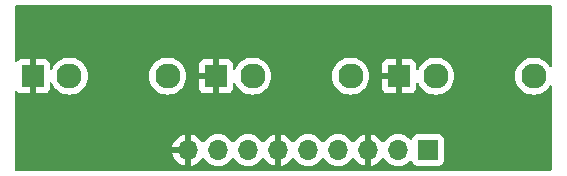
<source format=gtl>
G04 #@! TF.GenerationSoftware,KiCad,Pcbnew,8.0.5*
G04 #@! TF.CreationDate,2024-11-04T14:17:19-06:00*
G04 #@! TF.ProjectId,Jack PCB,4a61636b-2050-4434-922e-6b696361645f,rev?*
G04 #@! TF.SameCoordinates,Original*
G04 #@! TF.FileFunction,Copper,L1,Top*
G04 #@! TF.FilePolarity,Positive*
%FSLAX46Y46*%
G04 Gerber Fmt 4.6, Leading zero omitted, Abs format (unit mm)*
G04 Created by KiCad (PCBNEW 8.0.5) date 2024-11-04 14:17:19*
%MOMM*%
%LPD*%
G01*
G04 APERTURE LIST*
G04 #@! TA.AperFunction,ComponentPad*
%ADD10R,1.830000X1.930000*%
G04 #@! TD*
G04 #@! TA.AperFunction,ComponentPad*
%ADD11C,2.130000*%
G04 #@! TD*
G04 #@! TA.AperFunction,ComponentPad*
%ADD12O,1.700000X1.700000*%
G04 #@! TD*
G04 #@! TA.AperFunction,ComponentPad*
%ADD13R,1.700000X1.700000*%
G04 #@! TD*
G04 #@! TA.AperFunction,Conductor*
%ADD14C,0.200000*%
G04 #@! TD*
G04 APERTURE END LIST*
D10*
X146540000Y-100500000D03*
D11*
X157940000Y-100500000D03*
X149640000Y-100500000D03*
D10*
X162040000Y-100500000D03*
D11*
X173440000Y-100500000D03*
X165140000Y-100500000D03*
D12*
X144180000Y-106750000D03*
X146720000Y-106750000D03*
X149260000Y-106750000D03*
X151800000Y-106750000D03*
X154340000Y-106750000D03*
X156880000Y-106750000D03*
X159420000Y-106750000D03*
X161960000Y-106750000D03*
D13*
X164500000Y-106750000D03*
D10*
X131040000Y-100500000D03*
D11*
X142440000Y-100500000D03*
X134140000Y-100500000D03*
D14*
X159710000Y-105930000D02*
X159710000Y-106500000D01*
G04 #@! TA.AperFunction,Conductor*
G36*
X174942539Y-94520185D02*
G01*
X174988294Y-94572989D01*
X174999500Y-94624500D01*
X174999500Y-99609020D01*
X174979815Y-99676059D01*
X174927011Y-99721814D01*
X174857853Y-99731758D01*
X174794297Y-99702733D01*
X174769773Y-99673810D01*
X174710436Y-99576982D01*
X174710435Y-99576979D01*
X174633718Y-99487155D01*
X174550399Y-99389601D01*
X174371313Y-99236647D01*
X174363020Y-99229564D01*
X174363018Y-99229563D01*
X174152920Y-99100815D01*
X173925264Y-99006517D01*
X173685658Y-98948993D01*
X173440000Y-98929659D01*
X173194341Y-98948993D01*
X172954735Y-99006517D01*
X172727079Y-99100815D01*
X172516981Y-99229563D01*
X172516979Y-99229564D01*
X172329601Y-99389601D01*
X172169564Y-99576979D01*
X172169563Y-99576981D01*
X172040815Y-99787079D01*
X171946517Y-100014735D01*
X171888993Y-100254341D01*
X171869659Y-100500000D01*
X171888993Y-100745658D01*
X171946517Y-100985264D01*
X172040815Y-101212920D01*
X172169563Y-101423018D01*
X172169564Y-101423020D01*
X172169567Y-101423023D01*
X172329601Y-101610399D01*
X172451987Y-101714926D01*
X172516979Y-101770435D01*
X172516981Y-101770436D01*
X172727079Y-101899184D01*
X172954735Y-101993482D01*
X172954736Y-101993482D01*
X172954738Y-101993483D01*
X173194345Y-102051007D01*
X173440000Y-102070341D01*
X173685655Y-102051007D01*
X173925262Y-101993483D01*
X174152920Y-101899184D01*
X174363023Y-101770433D01*
X174550399Y-101610399D01*
X174710433Y-101423023D01*
X174769772Y-101326189D01*
X174821584Y-101279314D01*
X174890514Y-101267891D01*
X174954677Y-101295548D01*
X174993701Y-101353503D01*
X174999500Y-101390979D01*
X174999500Y-108375500D01*
X174979815Y-108442539D01*
X174927011Y-108488294D01*
X174875500Y-108499500D01*
X129624500Y-108499500D01*
X129557461Y-108479815D01*
X129511706Y-108427011D01*
X129500500Y-108375500D01*
X129500500Y-106499999D01*
X142849364Y-106499999D01*
X142849364Y-106500000D01*
X143746988Y-106500000D01*
X143714075Y-106557007D01*
X143680000Y-106684174D01*
X143680000Y-106815826D01*
X143714075Y-106942993D01*
X143746988Y-107000000D01*
X142849364Y-107000000D01*
X142906567Y-107213486D01*
X142906570Y-107213492D01*
X143006399Y-107427578D01*
X143141894Y-107621082D01*
X143308917Y-107788105D01*
X143502421Y-107923600D01*
X143716507Y-108023429D01*
X143716516Y-108023433D01*
X143930000Y-108080634D01*
X143930000Y-107183012D01*
X143987007Y-107215925D01*
X144114174Y-107250000D01*
X144245826Y-107250000D01*
X144372993Y-107215925D01*
X144430000Y-107183012D01*
X144430000Y-108080633D01*
X144643483Y-108023433D01*
X144643492Y-108023429D01*
X144857578Y-107923600D01*
X145051082Y-107788105D01*
X145218105Y-107621082D01*
X145348119Y-107435405D01*
X145402696Y-107391781D01*
X145472195Y-107384588D01*
X145534549Y-107416110D01*
X145551269Y-107435405D01*
X145681505Y-107621401D01*
X145848599Y-107788495D01*
X145945384Y-107856265D01*
X146042165Y-107924032D01*
X146042167Y-107924033D01*
X146042170Y-107924035D01*
X146256337Y-108023903D01*
X146484592Y-108085063D01*
X146661034Y-108100500D01*
X146719999Y-108105659D01*
X146720000Y-108105659D01*
X146720001Y-108105659D01*
X146778966Y-108100500D01*
X146955408Y-108085063D01*
X147183663Y-108023903D01*
X147397830Y-107924035D01*
X147591401Y-107788495D01*
X147758495Y-107621401D01*
X147888425Y-107435842D01*
X147943002Y-107392217D01*
X148012500Y-107385023D01*
X148074855Y-107416546D01*
X148091575Y-107435842D01*
X148221281Y-107621082D01*
X148221505Y-107621401D01*
X148388599Y-107788495D01*
X148485384Y-107856265D01*
X148582165Y-107924032D01*
X148582167Y-107924033D01*
X148582170Y-107924035D01*
X148796337Y-108023903D01*
X149024592Y-108085063D01*
X149201034Y-108100500D01*
X149259999Y-108105659D01*
X149260000Y-108105659D01*
X149260001Y-108105659D01*
X149318966Y-108100500D01*
X149495408Y-108085063D01*
X149723663Y-108023903D01*
X149937830Y-107924035D01*
X150131401Y-107788495D01*
X150298495Y-107621401D01*
X150428730Y-107435405D01*
X150483307Y-107391781D01*
X150552805Y-107384587D01*
X150615160Y-107416110D01*
X150631879Y-107435405D01*
X150761890Y-107621078D01*
X150928917Y-107788105D01*
X151122421Y-107923600D01*
X151336507Y-108023429D01*
X151336516Y-108023433D01*
X151550000Y-108080634D01*
X151550000Y-107183012D01*
X151607007Y-107215925D01*
X151734174Y-107250000D01*
X151865826Y-107250000D01*
X151992993Y-107215925D01*
X152050000Y-107183012D01*
X152050000Y-108080633D01*
X152263483Y-108023433D01*
X152263492Y-108023429D01*
X152477578Y-107923600D01*
X152671082Y-107788105D01*
X152838105Y-107621082D01*
X152968119Y-107435405D01*
X153022696Y-107391781D01*
X153092195Y-107384588D01*
X153154549Y-107416110D01*
X153171269Y-107435405D01*
X153301505Y-107621401D01*
X153468599Y-107788495D01*
X153565384Y-107856265D01*
X153662165Y-107924032D01*
X153662167Y-107924033D01*
X153662170Y-107924035D01*
X153876337Y-108023903D01*
X154104592Y-108085063D01*
X154281034Y-108100500D01*
X154339999Y-108105659D01*
X154340000Y-108105659D01*
X154340001Y-108105659D01*
X154398966Y-108100500D01*
X154575408Y-108085063D01*
X154803663Y-108023903D01*
X155017830Y-107924035D01*
X155211401Y-107788495D01*
X155378495Y-107621401D01*
X155508425Y-107435842D01*
X155563002Y-107392217D01*
X155632500Y-107385023D01*
X155694855Y-107416546D01*
X155711575Y-107435842D01*
X155841281Y-107621082D01*
X155841505Y-107621401D01*
X156008599Y-107788495D01*
X156105384Y-107856265D01*
X156202165Y-107924032D01*
X156202167Y-107924033D01*
X156202170Y-107924035D01*
X156416337Y-108023903D01*
X156644592Y-108085063D01*
X156821034Y-108100500D01*
X156879999Y-108105659D01*
X156880000Y-108105659D01*
X156880001Y-108105659D01*
X156938966Y-108100500D01*
X157115408Y-108085063D01*
X157343663Y-108023903D01*
X157557830Y-107924035D01*
X157751401Y-107788495D01*
X157918495Y-107621401D01*
X158048730Y-107435405D01*
X158103307Y-107391781D01*
X158172805Y-107384587D01*
X158235160Y-107416110D01*
X158251879Y-107435405D01*
X158381890Y-107621078D01*
X158548917Y-107788105D01*
X158742421Y-107923600D01*
X158956507Y-108023429D01*
X158956516Y-108023433D01*
X159170000Y-108080634D01*
X159170000Y-107183012D01*
X159227007Y-107215925D01*
X159354174Y-107250000D01*
X159485826Y-107250000D01*
X159612993Y-107215925D01*
X159670000Y-107183012D01*
X159670000Y-108080633D01*
X159883483Y-108023433D01*
X159883492Y-108023429D01*
X160097578Y-107923600D01*
X160291082Y-107788105D01*
X160458105Y-107621082D01*
X160588119Y-107435405D01*
X160642696Y-107391781D01*
X160712195Y-107384588D01*
X160774549Y-107416110D01*
X160791269Y-107435405D01*
X160921505Y-107621401D01*
X161088599Y-107788495D01*
X161185384Y-107856265D01*
X161282165Y-107924032D01*
X161282167Y-107924033D01*
X161282170Y-107924035D01*
X161496337Y-108023903D01*
X161724592Y-108085063D01*
X161901034Y-108100500D01*
X161959999Y-108105659D01*
X161960000Y-108105659D01*
X161960001Y-108105659D01*
X162018966Y-108100500D01*
X162195408Y-108085063D01*
X162423663Y-108023903D01*
X162637830Y-107924035D01*
X162831401Y-107788495D01*
X162953329Y-107666566D01*
X163014648Y-107633084D01*
X163084340Y-107638068D01*
X163140274Y-107679939D01*
X163157189Y-107710917D01*
X163206202Y-107842328D01*
X163206206Y-107842335D01*
X163292452Y-107957544D01*
X163292455Y-107957547D01*
X163407664Y-108043793D01*
X163407671Y-108043797D01*
X163542517Y-108094091D01*
X163542516Y-108094091D01*
X163549444Y-108094835D01*
X163602127Y-108100500D01*
X165397872Y-108100499D01*
X165457483Y-108094091D01*
X165592331Y-108043796D01*
X165707546Y-107957546D01*
X165793796Y-107842331D01*
X165844091Y-107707483D01*
X165850500Y-107647873D01*
X165850499Y-105852128D01*
X165844091Y-105792517D01*
X165842810Y-105789083D01*
X165793797Y-105657671D01*
X165793793Y-105657664D01*
X165707547Y-105542455D01*
X165707544Y-105542452D01*
X165592335Y-105456206D01*
X165592328Y-105456202D01*
X165457482Y-105405908D01*
X165457483Y-105405908D01*
X165397883Y-105399501D01*
X165397881Y-105399500D01*
X165397873Y-105399500D01*
X165397864Y-105399500D01*
X163602129Y-105399500D01*
X163602123Y-105399501D01*
X163542516Y-105405908D01*
X163407671Y-105456202D01*
X163407664Y-105456206D01*
X163292455Y-105542452D01*
X163292452Y-105542455D01*
X163206206Y-105657664D01*
X163206203Y-105657669D01*
X163157189Y-105789083D01*
X163115317Y-105845016D01*
X163049853Y-105869433D01*
X162981580Y-105854581D01*
X162953326Y-105833430D01*
X162831402Y-105711506D01*
X162831395Y-105711501D01*
X162637834Y-105575967D01*
X162637830Y-105575965D01*
X162637828Y-105575964D01*
X162423663Y-105476097D01*
X162423659Y-105476096D01*
X162423655Y-105476094D01*
X162195413Y-105414938D01*
X162195403Y-105414936D01*
X161960001Y-105394341D01*
X161959999Y-105394341D01*
X161724596Y-105414936D01*
X161724586Y-105414938D01*
X161496344Y-105476094D01*
X161496335Y-105476098D01*
X161282171Y-105575964D01*
X161282169Y-105575965D01*
X161088597Y-105711505D01*
X160921508Y-105878594D01*
X160791269Y-106064595D01*
X160736692Y-106108219D01*
X160667193Y-106115412D01*
X160604839Y-106083890D01*
X160588119Y-106064594D01*
X160458113Y-105878926D01*
X160458108Y-105878920D01*
X160291082Y-105711894D01*
X160097578Y-105576399D01*
X159883492Y-105476570D01*
X159883486Y-105476567D01*
X159670000Y-105419364D01*
X159670000Y-106316988D01*
X159612993Y-106284075D01*
X159485826Y-106250000D01*
X159354174Y-106250000D01*
X159227007Y-106284075D01*
X159170000Y-106316988D01*
X159170000Y-105419364D01*
X159169999Y-105419364D01*
X158956513Y-105476567D01*
X158956507Y-105476570D01*
X158742422Y-105576399D01*
X158742420Y-105576400D01*
X158548926Y-105711886D01*
X158548920Y-105711891D01*
X158381891Y-105878920D01*
X158381890Y-105878922D01*
X158251880Y-106064595D01*
X158197303Y-106108219D01*
X158127804Y-106115412D01*
X158065450Y-106083890D01*
X158048730Y-106064594D01*
X157918494Y-105878597D01*
X157751402Y-105711506D01*
X157751395Y-105711501D01*
X157557834Y-105575967D01*
X157557830Y-105575965D01*
X157557828Y-105575964D01*
X157343663Y-105476097D01*
X157343659Y-105476096D01*
X157343655Y-105476094D01*
X157115413Y-105414938D01*
X157115403Y-105414936D01*
X156880001Y-105394341D01*
X156879999Y-105394341D01*
X156644596Y-105414936D01*
X156644586Y-105414938D01*
X156416344Y-105476094D01*
X156416335Y-105476098D01*
X156202171Y-105575964D01*
X156202169Y-105575965D01*
X156008597Y-105711505D01*
X155841505Y-105878597D01*
X155711575Y-106064158D01*
X155656998Y-106107783D01*
X155587500Y-106114977D01*
X155525145Y-106083454D01*
X155508425Y-106064158D01*
X155378494Y-105878597D01*
X155211402Y-105711506D01*
X155211395Y-105711501D01*
X155017834Y-105575967D01*
X155017830Y-105575965D01*
X155017828Y-105575964D01*
X154803663Y-105476097D01*
X154803659Y-105476096D01*
X154803655Y-105476094D01*
X154575413Y-105414938D01*
X154575403Y-105414936D01*
X154340001Y-105394341D01*
X154339999Y-105394341D01*
X154104596Y-105414936D01*
X154104586Y-105414938D01*
X153876344Y-105476094D01*
X153876335Y-105476098D01*
X153662171Y-105575964D01*
X153662169Y-105575965D01*
X153468597Y-105711505D01*
X153301508Y-105878594D01*
X153171269Y-106064595D01*
X153116692Y-106108219D01*
X153047193Y-106115412D01*
X152984839Y-106083890D01*
X152968119Y-106064594D01*
X152838113Y-105878926D01*
X152838108Y-105878920D01*
X152671082Y-105711894D01*
X152477578Y-105576399D01*
X152263492Y-105476570D01*
X152263486Y-105476567D01*
X152050000Y-105419364D01*
X152050000Y-106316988D01*
X151992993Y-106284075D01*
X151865826Y-106250000D01*
X151734174Y-106250000D01*
X151607007Y-106284075D01*
X151550000Y-106316988D01*
X151550000Y-105419364D01*
X151549999Y-105419364D01*
X151336513Y-105476567D01*
X151336507Y-105476570D01*
X151122422Y-105576399D01*
X151122420Y-105576400D01*
X150928926Y-105711886D01*
X150928920Y-105711891D01*
X150761891Y-105878920D01*
X150761890Y-105878922D01*
X150631880Y-106064595D01*
X150577303Y-106108219D01*
X150507804Y-106115412D01*
X150445450Y-106083890D01*
X150428730Y-106064594D01*
X150298494Y-105878597D01*
X150131402Y-105711506D01*
X150131395Y-105711501D01*
X149937834Y-105575967D01*
X149937830Y-105575965D01*
X149937828Y-105575964D01*
X149723663Y-105476097D01*
X149723659Y-105476096D01*
X149723655Y-105476094D01*
X149495413Y-105414938D01*
X149495403Y-105414936D01*
X149260001Y-105394341D01*
X149259999Y-105394341D01*
X149024596Y-105414936D01*
X149024586Y-105414938D01*
X148796344Y-105476094D01*
X148796335Y-105476098D01*
X148582171Y-105575964D01*
X148582169Y-105575965D01*
X148388597Y-105711505D01*
X148221505Y-105878597D01*
X148091575Y-106064158D01*
X148036998Y-106107783D01*
X147967500Y-106114977D01*
X147905145Y-106083454D01*
X147888425Y-106064158D01*
X147758494Y-105878597D01*
X147591402Y-105711506D01*
X147591395Y-105711501D01*
X147397834Y-105575967D01*
X147397830Y-105575965D01*
X147397828Y-105575964D01*
X147183663Y-105476097D01*
X147183659Y-105476096D01*
X147183655Y-105476094D01*
X146955413Y-105414938D01*
X146955403Y-105414936D01*
X146720001Y-105394341D01*
X146719999Y-105394341D01*
X146484596Y-105414936D01*
X146484586Y-105414938D01*
X146256344Y-105476094D01*
X146256335Y-105476098D01*
X146042171Y-105575964D01*
X146042169Y-105575965D01*
X145848597Y-105711505D01*
X145681508Y-105878594D01*
X145551269Y-106064595D01*
X145496692Y-106108219D01*
X145427193Y-106115412D01*
X145364839Y-106083890D01*
X145348119Y-106064594D01*
X145218113Y-105878926D01*
X145218108Y-105878920D01*
X145051082Y-105711894D01*
X144857578Y-105576399D01*
X144643492Y-105476570D01*
X144643486Y-105476567D01*
X144430000Y-105419364D01*
X144430000Y-106316988D01*
X144372993Y-106284075D01*
X144245826Y-106250000D01*
X144114174Y-106250000D01*
X143987007Y-106284075D01*
X143930000Y-106316988D01*
X143930000Y-105419364D01*
X143929999Y-105419364D01*
X143716513Y-105476567D01*
X143716507Y-105476570D01*
X143502422Y-105576399D01*
X143502420Y-105576400D01*
X143308926Y-105711886D01*
X143308920Y-105711891D01*
X143141891Y-105878920D01*
X143141886Y-105878926D01*
X143006400Y-106072420D01*
X143006399Y-106072422D01*
X142906570Y-106286507D01*
X142906567Y-106286513D01*
X142849364Y-106499999D01*
X129500500Y-106499999D01*
X129500500Y-101837664D01*
X129520185Y-101770625D01*
X129572989Y-101724870D01*
X129642147Y-101714926D01*
X129705703Y-101743951D01*
X129723767Y-101763353D01*
X129767813Y-101822190D01*
X129882906Y-101908350D01*
X129882913Y-101908354D01*
X130017620Y-101958596D01*
X130017627Y-101958598D01*
X130077155Y-101964999D01*
X130077172Y-101965000D01*
X130790000Y-101965000D01*
X130790000Y-101056706D01*
X130862069Y-101086558D01*
X130979920Y-101110000D01*
X131100080Y-101110000D01*
X131217931Y-101086558D01*
X131290000Y-101056706D01*
X131290000Y-101965000D01*
X132002828Y-101965000D01*
X132002844Y-101964999D01*
X132062372Y-101958598D01*
X132062379Y-101958596D01*
X132197086Y-101908354D01*
X132197093Y-101908350D01*
X132312187Y-101822190D01*
X132312190Y-101822187D01*
X132398350Y-101707093D01*
X132398354Y-101707086D01*
X132448596Y-101572379D01*
X132448598Y-101572372D01*
X132454999Y-101512844D01*
X132455000Y-101512827D01*
X132455000Y-101146290D01*
X132474685Y-101079251D01*
X132527489Y-101033496D01*
X132596647Y-101023552D01*
X132660203Y-101052577D01*
X132693561Y-101098837D01*
X132740815Y-101212920D01*
X132869563Y-101423018D01*
X132869564Y-101423020D01*
X132869567Y-101423023D01*
X133029601Y-101610399D01*
X133151987Y-101714926D01*
X133216979Y-101770435D01*
X133216981Y-101770436D01*
X133427079Y-101899184D01*
X133654735Y-101993482D01*
X133654736Y-101993482D01*
X133654738Y-101993483D01*
X133894345Y-102051007D01*
X134140000Y-102070341D01*
X134385655Y-102051007D01*
X134625262Y-101993483D01*
X134852920Y-101899184D01*
X135063023Y-101770433D01*
X135250399Y-101610399D01*
X135410433Y-101423023D01*
X135539184Y-101212920D01*
X135633483Y-100985262D01*
X135691007Y-100745655D01*
X135710341Y-100500000D01*
X140869659Y-100500000D01*
X140888993Y-100745658D01*
X140946517Y-100985264D01*
X141040815Y-101212920D01*
X141169563Y-101423018D01*
X141169564Y-101423020D01*
X141169567Y-101423023D01*
X141329601Y-101610399D01*
X141451987Y-101714926D01*
X141516979Y-101770435D01*
X141516981Y-101770436D01*
X141727079Y-101899184D01*
X141954735Y-101993482D01*
X141954736Y-101993482D01*
X141954738Y-101993483D01*
X142194345Y-102051007D01*
X142440000Y-102070341D01*
X142685655Y-102051007D01*
X142925262Y-101993483D01*
X143152920Y-101899184D01*
X143363023Y-101770433D01*
X143550399Y-101610399D01*
X143710433Y-101423023D01*
X143839184Y-101212920D01*
X143933483Y-100985262D01*
X143991007Y-100745655D01*
X144010341Y-100500000D01*
X143991007Y-100254345D01*
X143933483Y-100014738D01*
X143933482Y-100014735D01*
X143839184Y-99787079D01*
X143710436Y-99576981D01*
X143710435Y-99576979D01*
X143633718Y-99487155D01*
X145125000Y-99487155D01*
X145125000Y-100250000D01*
X145983294Y-100250000D01*
X145953442Y-100322069D01*
X145930000Y-100439920D01*
X145930000Y-100560080D01*
X145953442Y-100677931D01*
X145983294Y-100750000D01*
X145125000Y-100750000D01*
X145125000Y-101512844D01*
X145131401Y-101572372D01*
X145131403Y-101572379D01*
X145181645Y-101707086D01*
X145181649Y-101707093D01*
X145267809Y-101822187D01*
X145267812Y-101822190D01*
X145382906Y-101908350D01*
X145382913Y-101908354D01*
X145517620Y-101958596D01*
X145517627Y-101958598D01*
X145577155Y-101964999D01*
X145577172Y-101965000D01*
X146290000Y-101965000D01*
X146290000Y-101056706D01*
X146362069Y-101086558D01*
X146479920Y-101110000D01*
X146600080Y-101110000D01*
X146717931Y-101086558D01*
X146790000Y-101056706D01*
X146790000Y-101965000D01*
X147502828Y-101965000D01*
X147502844Y-101964999D01*
X147562372Y-101958598D01*
X147562379Y-101958596D01*
X147697086Y-101908354D01*
X147697093Y-101908350D01*
X147812187Y-101822190D01*
X147812190Y-101822187D01*
X147898350Y-101707093D01*
X147898354Y-101707086D01*
X147948596Y-101572379D01*
X147948598Y-101572372D01*
X147954999Y-101512844D01*
X147955000Y-101512827D01*
X147955000Y-101146290D01*
X147974685Y-101079251D01*
X148027489Y-101033496D01*
X148096647Y-101023552D01*
X148160203Y-101052577D01*
X148193561Y-101098837D01*
X148240815Y-101212920D01*
X148369563Y-101423018D01*
X148369564Y-101423020D01*
X148369567Y-101423023D01*
X148529601Y-101610399D01*
X148651987Y-101714926D01*
X148716979Y-101770435D01*
X148716981Y-101770436D01*
X148927079Y-101899184D01*
X149154735Y-101993482D01*
X149154736Y-101993482D01*
X149154738Y-101993483D01*
X149394345Y-102051007D01*
X149640000Y-102070341D01*
X149885655Y-102051007D01*
X150125262Y-101993483D01*
X150352920Y-101899184D01*
X150563023Y-101770433D01*
X150750399Y-101610399D01*
X150910433Y-101423023D01*
X151039184Y-101212920D01*
X151133483Y-100985262D01*
X151191007Y-100745655D01*
X151210341Y-100500000D01*
X156369659Y-100500000D01*
X156388993Y-100745658D01*
X156446517Y-100985264D01*
X156540815Y-101212920D01*
X156669563Y-101423018D01*
X156669564Y-101423020D01*
X156669567Y-101423023D01*
X156829601Y-101610399D01*
X156951987Y-101714926D01*
X157016979Y-101770435D01*
X157016981Y-101770436D01*
X157227079Y-101899184D01*
X157454735Y-101993482D01*
X157454736Y-101993482D01*
X157454738Y-101993483D01*
X157694345Y-102051007D01*
X157940000Y-102070341D01*
X158185655Y-102051007D01*
X158425262Y-101993483D01*
X158652920Y-101899184D01*
X158863023Y-101770433D01*
X159050399Y-101610399D01*
X159210433Y-101423023D01*
X159339184Y-101212920D01*
X159433483Y-100985262D01*
X159491007Y-100745655D01*
X159510341Y-100500000D01*
X159491007Y-100254345D01*
X159433483Y-100014738D01*
X159433482Y-100014735D01*
X159339184Y-99787079D01*
X159210436Y-99576981D01*
X159210435Y-99576979D01*
X159133718Y-99487155D01*
X160625000Y-99487155D01*
X160625000Y-100250000D01*
X161483294Y-100250000D01*
X161453442Y-100322069D01*
X161430000Y-100439920D01*
X161430000Y-100560080D01*
X161453442Y-100677931D01*
X161483294Y-100750000D01*
X160625000Y-100750000D01*
X160625000Y-101512844D01*
X160631401Y-101572372D01*
X160631403Y-101572379D01*
X160681645Y-101707086D01*
X160681649Y-101707093D01*
X160767809Y-101822187D01*
X160767812Y-101822190D01*
X160882906Y-101908350D01*
X160882913Y-101908354D01*
X161017620Y-101958596D01*
X161017627Y-101958598D01*
X161077155Y-101964999D01*
X161077172Y-101965000D01*
X161790000Y-101965000D01*
X161790000Y-101056706D01*
X161862069Y-101086558D01*
X161979920Y-101110000D01*
X162100080Y-101110000D01*
X162217931Y-101086558D01*
X162290000Y-101056706D01*
X162290000Y-101965000D01*
X163002828Y-101965000D01*
X163002844Y-101964999D01*
X163062372Y-101958598D01*
X163062379Y-101958596D01*
X163197086Y-101908354D01*
X163197093Y-101908350D01*
X163312187Y-101822190D01*
X163312190Y-101822187D01*
X163398350Y-101707093D01*
X163398354Y-101707086D01*
X163448596Y-101572379D01*
X163448598Y-101572372D01*
X163454999Y-101512844D01*
X163455000Y-101512827D01*
X163455000Y-101146290D01*
X163474685Y-101079251D01*
X163527489Y-101033496D01*
X163596647Y-101023552D01*
X163660203Y-101052577D01*
X163693561Y-101098837D01*
X163740815Y-101212920D01*
X163869563Y-101423018D01*
X163869564Y-101423020D01*
X163869567Y-101423023D01*
X164029601Y-101610399D01*
X164151987Y-101714926D01*
X164216979Y-101770435D01*
X164216981Y-101770436D01*
X164427079Y-101899184D01*
X164654735Y-101993482D01*
X164654736Y-101993482D01*
X164654738Y-101993483D01*
X164894345Y-102051007D01*
X165140000Y-102070341D01*
X165385655Y-102051007D01*
X165625262Y-101993483D01*
X165852920Y-101899184D01*
X166063023Y-101770433D01*
X166250399Y-101610399D01*
X166410433Y-101423023D01*
X166539184Y-101212920D01*
X166633483Y-100985262D01*
X166691007Y-100745655D01*
X166710341Y-100500000D01*
X166691007Y-100254345D01*
X166633483Y-100014738D01*
X166633482Y-100014735D01*
X166539184Y-99787079D01*
X166410436Y-99576981D01*
X166410435Y-99576979D01*
X166333718Y-99487155D01*
X166250399Y-99389601D01*
X166071313Y-99236647D01*
X166063020Y-99229564D01*
X166063018Y-99229563D01*
X165852920Y-99100815D01*
X165625264Y-99006517D01*
X165385658Y-98948993D01*
X165140000Y-98929659D01*
X164894341Y-98948993D01*
X164654735Y-99006517D01*
X164427079Y-99100815D01*
X164216981Y-99229563D01*
X164216979Y-99229564D01*
X164029601Y-99389601D01*
X163869564Y-99576979D01*
X163869563Y-99576981D01*
X163740815Y-99787079D01*
X163693561Y-99901162D01*
X163649720Y-99955565D01*
X163583426Y-99977630D01*
X163515726Y-99960351D01*
X163468116Y-99909213D01*
X163455000Y-99853709D01*
X163455000Y-99487172D01*
X163454999Y-99487155D01*
X163448598Y-99427627D01*
X163448596Y-99427620D01*
X163398354Y-99292913D01*
X163398350Y-99292906D01*
X163312190Y-99177812D01*
X163312187Y-99177809D01*
X163197093Y-99091649D01*
X163197086Y-99091645D01*
X163062379Y-99041403D01*
X163062372Y-99041401D01*
X163002844Y-99035000D01*
X162290000Y-99035000D01*
X162290000Y-99943293D01*
X162217931Y-99913442D01*
X162100080Y-99890000D01*
X161979920Y-99890000D01*
X161862069Y-99913442D01*
X161790000Y-99943293D01*
X161790000Y-99035000D01*
X161077155Y-99035000D01*
X161017627Y-99041401D01*
X161017620Y-99041403D01*
X160882913Y-99091645D01*
X160882906Y-99091649D01*
X160767812Y-99177809D01*
X160767809Y-99177812D01*
X160681649Y-99292906D01*
X160681645Y-99292913D01*
X160631403Y-99427620D01*
X160631401Y-99427627D01*
X160625000Y-99487155D01*
X159133718Y-99487155D01*
X159050399Y-99389601D01*
X158871313Y-99236647D01*
X158863020Y-99229564D01*
X158863018Y-99229563D01*
X158652920Y-99100815D01*
X158425264Y-99006517D01*
X158185658Y-98948993D01*
X157940000Y-98929659D01*
X157694341Y-98948993D01*
X157454735Y-99006517D01*
X157227079Y-99100815D01*
X157016981Y-99229563D01*
X157016979Y-99229564D01*
X156829601Y-99389601D01*
X156669564Y-99576979D01*
X156669563Y-99576981D01*
X156540815Y-99787079D01*
X156446517Y-100014735D01*
X156388993Y-100254341D01*
X156369659Y-100500000D01*
X151210341Y-100500000D01*
X151191007Y-100254345D01*
X151133483Y-100014738D01*
X151133482Y-100014735D01*
X151039184Y-99787079D01*
X150910436Y-99576981D01*
X150910435Y-99576979D01*
X150833718Y-99487155D01*
X150750399Y-99389601D01*
X150571313Y-99236647D01*
X150563020Y-99229564D01*
X150563018Y-99229563D01*
X150352920Y-99100815D01*
X150125264Y-99006517D01*
X149885658Y-98948993D01*
X149640000Y-98929659D01*
X149394341Y-98948993D01*
X149154735Y-99006517D01*
X148927079Y-99100815D01*
X148716981Y-99229563D01*
X148716979Y-99229564D01*
X148529601Y-99389601D01*
X148369564Y-99576979D01*
X148369563Y-99576981D01*
X148240815Y-99787079D01*
X148193561Y-99901162D01*
X148149720Y-99955565D01*
X148083426Y-99977630D01*
X148015726Y-99960351D01*
X147968116Y-99909213D01*
X147955000Y-99853709D01*
X147955000Y-99487172D01*
X147954999Y-99487155D01*
X147948598Y-99427627D01*
X147948596Y-99427620D01*
X147898354Y-99292913D01*
X147898350Y-99292906D01*
X147812190Y-99177812D01*
X147812187Y-99177809D01*
X147697093Y-99091649D01*
X147697086Y-99091645D01*
X147562379Y-99041403D01*
X147562372Y-99041401D01*
X147502844Y-99035000D01*
X146790000Y-99035000D01*
X146790000Y-99943293D01*
X146717931Y-99913442D01*
X146600080Y-99890000D01*
X146479920Y-99890000D01*
X146362069Y-99913442D01*
X146290000Y-99943293D01*
X146290000Y-99035000D01*
X145577155Y-99035000D01*
X145517627Y-99041401D01*
X145517620Y-99041403D01*
X145382913Y-99091645D01*
X145382906Y-99091649D01*
X145267812Y-99177809D01*
X145267809Y-99177812D01*
X145181649Y-99292906D01*
X145181645Y-99292913D01*
X145131403Y-99427620D01*
X145131401Y-99427627D01*
X145125000Y-99487155D01*
X143633718Y-99487155D01*
X143550399Y-99389601D01*
X143371313Y-99236647D01*
X143363020Y-99229564D01*
X143363018Y-99229563D01*
X143152920Y-99100815D01*
X142925264Y-99006517D01*
X142685658Y-98948993D01*
X142440000Y-98929659D01*
X142194341Y-98948993D01*
X141954735Y-99006517D01*
X141727079Y-99100815D01*
X141516981Y-99229563D01*
X141516979Y-99229564D01*
X141329601Y-99389601D01*
X141169564Y-99576979D01*
X141169563Y-99576981D01*
X141040815Y-99787079D01*
X140946517Y-100014735D01*
X140888993Y-100254341D01*
X140869659Y-100500000D01*
X135710341Y-100500000D01*
X135691007Y-100254345D01*
X135633483Y-100014738D01*
X135633482Y-100014735D01*
X135539184Y-99787079D01*
X135410436Y-99576981D01*
X135410435Y-99576979D01*
X135333718Y-99487155D01*
X135250399Y-99389601D01*
X135071313Y-99236647D01*
X135063020Y-99229564D01*
X135063018Y-99229563D01*
X134852920Y-99100815D01*
X134625264Y-99006517D01*
X134385658Y-98948993D01*
X134140000Y-98929659D01*
X133894341Y-98948993D01*
X133654735Y-99006517D01*
X133427079Y-99100815D01*
X133216981Y-99229563D01*
X133216979Y-99229564D01*
X133029601Y-99389601D01*
X132869564Y-99576979D01*
X132869563Y-99576981D01*
X132740815Y-99787079D01*
X132693561Y-99901162D01*
X132649720Y-99955565D01*
X132583426Y-99977630D01*
X132515726Y-99960351D01*
X132468116Y-99909213D01*
X132455000Y-99853709D01*
X132455000Y-99487172D01*
X132454999Y-99487155D01*
X132448598Y-99427627D01*
X132448596Y-99427620D01*
X132398354Y-99292913D01*
X132398350Y-99292906D01*
X132312190Y-99177812D01*
X132312187Y-99177809D01*
X132197093Y-99091649D01*
X132197086Y-99091645D01*
X132062379Y-99041403D01*
X132062372Y-99041401D01*
X132002844Y-99035000D01*
X131290000Y-99035000D01*
X131290000Y-99943293D01*
X131217931Y-99913442D01*
X131100080Y-99890000D01*
X130979920Y-99890000D01*
X130862069Y-99913442D01*
X130790000Y-99943293D01*
X130790000Y-99035000D01*
X130077155Y-99035000D01*
X130017627Y-99041401D01*
X130017620Y-99041403D01*
X129882913Y-99091645D01*
X129882906Y-99091649D01*
X129767812Y-99177809D01*
X129723766Y-99236647D01*
X129667832Y-99278517D01*
X129598140Y-99283501D01*
X129536818Y-99250015D01*
X129503333Y-99188691D01*
X129500500Y-99162335D01*
X129500500Y-94624500D01*
X129520185Y-94557461D01*
X129572989Y-94511706D01*
X129624500Y-94500500D01*
X174875500Y-94500500D01*
X174942539Y-94520185D01*
G37*
G04 #@! TD.AperFunction*
M02*

</source>
